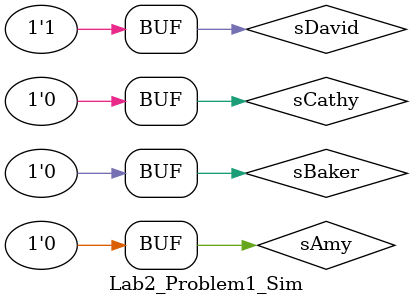
<source format=sv>
`timescale 1ns / 1ps


module Lab2_Problem1_Sim();
    logic sAmy, sBaker, sCathy, sDavid, sBuy, sDoNotBuy;
    
    Lab2_Problem1_CoffeeBuyer UUT (
        .Amy(sAmy), .Baker(sBaker), .Cathy(sCathy), .David(sDavid), .Buy(sBuy), .DoNotBuy(sDoNotBuy));
        
    initial begin
        sAmy = 1;
        sBaker = 1;
        sCathy = 1;
        sDavid = 0;
        #10;
        
        sAmy = 0;
        sBaker = 1;
        sCathy = 0;
        sDavid = 1;
        #10;
        
        sAmy = 0;
        sBaker = 1;
        sCathy = 1;
        sDavid = 1;
        #10;
        
        sAmy = 1;
        sBaker = 0;
        sCathy = 0;
        sDavid = 1;
        #10;
        
        sAmy = 0;
        sBaker = 1;
        sCathy = 0;
        sDavid = 1;
        #10;
        
        sAmy = 1;
        sBaker = 0;
        sCathy = 1;
        sDavid = 1;
        #10;
        
        sAmy = 0;
        sBaker = 1;
        sCathy = 1;
        sDavid = 1;
        #10;
        
        sAmy = 0;
        sBaker = 1;
        sCathy = 0;
        sDavid = 0;
        #10;
        
        sAmy = 0;
        sBaker = 0;
        sCathy = 0;
        sDavid = 0;
        #10;
        
        sAmy = 0;
        sBaker = 0;
        sCathy = 0;
        sDavid = 1;
        #10;
        
        
    end
endmodule

</source>
